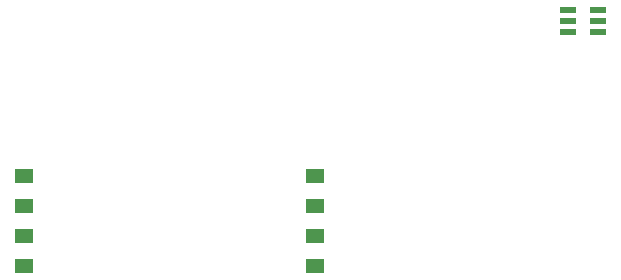
<source format=gbr>
G04 EAGLE Gerber RS-274X export*
G75*
%MOMM*%
%FSLAX34Y34*%
%LPD*%
%INSolderpaste Bottom*%
%IPPOS*%
%AMOC8*
5,1,8,0,0,1.08239X$1,22.5*%
G01*
%ADD10R,1.500000X1.300000*%
%ADD11R,1.320800X0.558800*%


D10*
X465600Y57400D03*
X465600Y82800D03*
X465600Y108200D03*
X218600Y57400D03*
X218600Y82800D03*
X218600Y108200D03*
X465600Y133600D03*
X218600Y133600D03*
D11*
X679700Y255202D03*
X679700Y264600D03*
X679700Y273998D03*
X705100Y273998D03*
X705100Y264600D03*
X705100Y255202D03*
M02*

</source>
